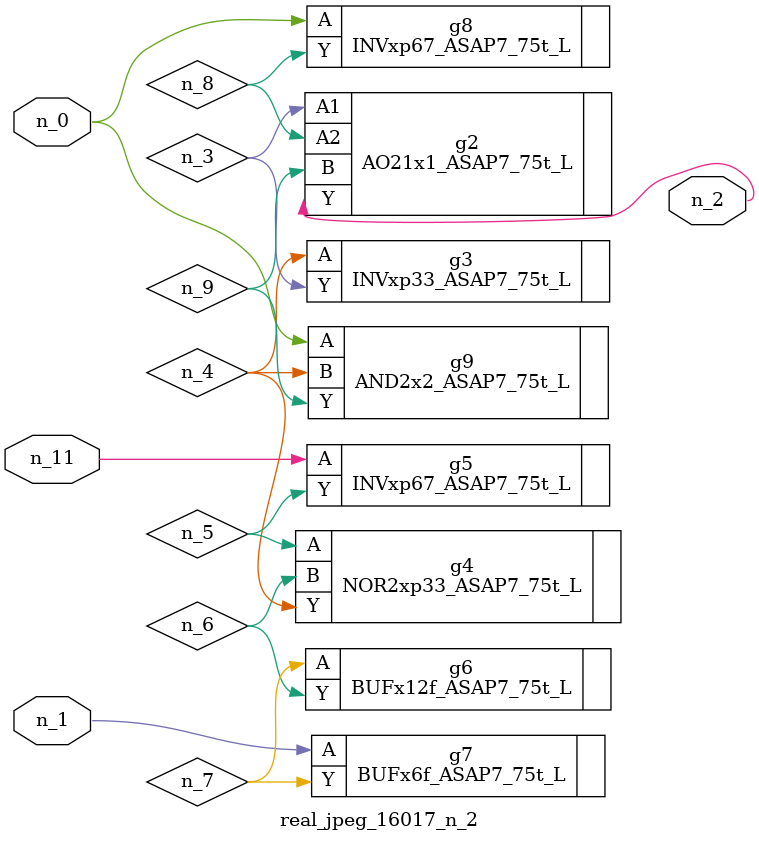
<source format=v>
module real_jpeg_16017_n_2 (n_1, n_11, n_0, n_2);

input n_1;
input n_11;
input n_0;

output n_2;

wire n_5;
wire n_8;
wire n_4;
wire n_6;
wire n_7;
wire n_3;
wire n_9;

INVxp67_ASAP7_75t_L g8 ( 
.A(n_0),
.Y(n_8)
);

AND2x2_ASAP7_75t_L g9 ( 
.A(n_0),
.B(n_4),
.Y(n_9)
);

BUFx6f_ASAP7_75t_L g7 ( 
.A(n_1),
.Y(n_7)
);

AO21x1_ASAP7_75t_L g2 ( 
.A1(n_3),
.A2(n_8),
.B(n_9),
.Y(n_2)
);

INVxp33_ASAP7_75t_L g3 ( 
.A(n_4),
.Y(n_3)
);

NOR2xp33_ASAP7_75t_L g4 ( 
.A(n_5),
.B(n_6),
.Y(n_4)
);

BUFx12f_ASAP7_75t_L g6 ( 
.A(n_7),
.Y(n_6)
);

INVxp67_ASAP7_75t_L g5 ( 
.A(n_11),
.Y(n_5)
);


endmodule
</source>
